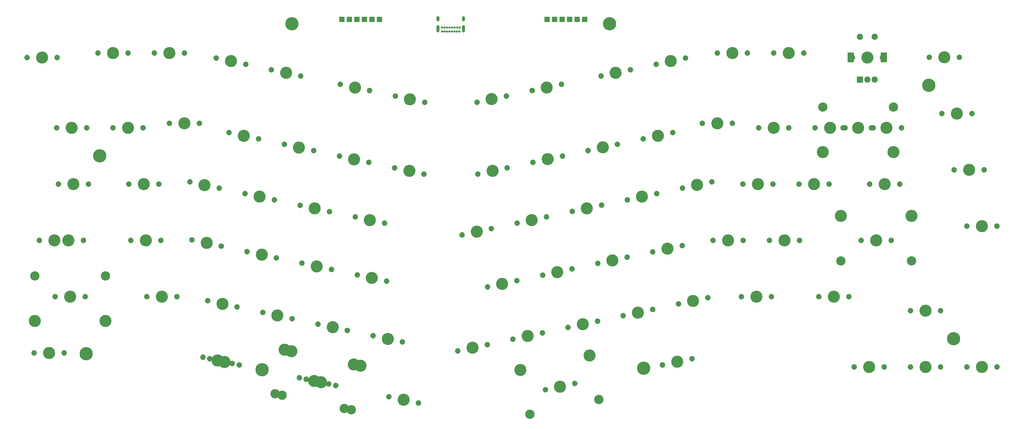
<source format=gts>
G04 #@! TF.GenerationSoftware,KiCad,Pcbnew,(5.1.9-0-10_14)*
G04 #@! TF.CreationDate,2021-10-05T14:43:53-07:00*
G04 #@! TF.ProjectId,adelheid,6164656c-6865-4696-942e-6b696361645f,2.0*
G04 #@! TF.SameCoordinates,Original*
G04 #@! TF.FileFunction,Soldermask,Top*
G04 #@! TF.FilePolarity,Negative*
%FSLAX46Y46*%
G04 Gerber Fmt 4.6, Leading zero omitted, Abs format (unit mm)*
G04 Created by KiCad (PCBNEW (5.1.9-0-10_14)) date 2021-10-05 14:43:53*
%MOMM*%
%LPD*%
G01*
G04 APERTURE LIST*
%ADD10C,4.089800*%
%ADD11C,3.150000*%
%ADD12C,1.852000*%
%ADD13C,2.102000*%
%ADD14C,0.752000*%
%ADD15O,1.002000X2.502000*%
%ADD16O,1.002000X1.802000*%
%ADD17C,4.502000*%
%ADD18C,0.100000*%
G04 APERTURE END LIST*
D10*
X145028937Y-143670541D03*
X121674685Y-138706442D03*
D11*
X141860363Y-158577511D03*
X118506111Y-153613411D03*
D12*
X136604490Y-150319291D03*
X126666510Y-148206909D03*
D10*
X131635500Y-149263100D03*
X142707377Y-143175241D03*
X119353125Y-138211142D03*
D11*
X139538803Y-158082211D03*
X116184551Y-153118111D03*
D12*
X134282930Y-149823991D03*
X124344950Y-147711609D03*
D10*
X129313940Y-148767800D03*
D12*
X101666790Y-142884711D03*
X91728810Y-140772329D03*
D10*
X96697800Y-141828520D03*
D13*
X318755400Y-32293800D03*
X313755400Y-32293800D03*
G36*
G01*
X322855400Y-40944800D02*
X320855400Y-40944800D01*
G75*
G02*
X320804400Y-40893800I0J51000D01*
G01*
X320804400Y-37693800D01*
G75*
G02*
X320855400Y-37642800I51000J0D01*
G01*
X322855400Y-37642800D01*
G75*
G02*
X322906400Y-37693800I0J-51000D01*
G01*
X322906400Y-40893800D01*
G75*
G02*
X322855400Y-40944800I-51000J0D01*
G01*
G37*
G36*
G01*
X311655400Y-40944800D02*
X309655400Y-40944800D01*
G75*
G02*
X309604400Y-40893800I0J51000D01*
G01*
X309604400Y-37693800D01*
G75*
G02*
X309655400Y-37642800I51000J0D01*
G01*
X311655400Y-37642800D01*
G75*
G02*
X311706400Y-37693800I0J-51000D01*
G01*
X311706400Y-40893800D01*
G75*
G02*
X311655400Y-40944800I-51000J0D01*
G01*
G37*
X318755400Y-46793800D03*
X316255400Y-46793800D03*
G36*
G01*
X314755400Y-47844800D02*
X312755400Y-47844800D01*
G75*
G02*
X312704400Y-47793800I0J51000D01*
G01*
X312704400Y-45793800D01*
G75*
G02*
X312755400Y-45742800I51000J0D01*
G01*
X314755400Y-45742800D01*
G75*
G02*
X314806400Y-45793800I0J-51000D01*
G01*
X314806400Y-47793800D01*
G75*
G02*
X314755400Y-47844800I-51000J0D01*
G01*
G37*
D14*
X174251700Y-30535000D03*
X172551700Y-30535000D03*
X173401700Y-30535000D03*
X175101700Y-30535000D03*
X175951700Y-30535000D03*
X176801700Y-30535000D03*
X177651700Y-30535000D03*
X178501700Y-30535000D03*
X172551700Y-29210000D03*
X173406700Y-29210000D03*
X174256700Y-29210000D03*
X175106700Y-29210000D03*
X175956700Y-29210000D03*
X176806700Y-29210000D03*
X177656700Y-29210000D03*
X178506700Y-29210000D03*
D15*
X171201700Y-29555000D03*
X179851700Y-29555000D03*
D16*
X171201700Y-26175000D03*
X179851700Y-26175000D03*
D12*
X187820220Y-136489258D03*
X177882240Y-138601640D03*
D10*
X182851230Y-137545449D03*
D12*
X303377600Y-82130900D03*
X293217600Y-82130900D03*
D10*
X298297600Y-82130900D03*
X313182000Y-63080900D03*
D12*
X308102000Y-63080900D03*
X318262000Y-63080900D03*
D11*
X301244000Y-56095900D03*
X325120000Y-56095900D03*
D10*
X301244000Y-71335900D03*
X325120000Y-71335900D03*
D12*
X194287890Y-52360009D03*
X184349910Y-54472391D03*
D10*
X189318900Y-53416200D03*
X331177900Y-92925900D03*
X307301900Y-92925900D03*
D11*
X331177900Y-108165900D03*
X307301900Y-108165900D03*
D12*
X324319900Y-101180900D03*
X314159900Y-101180900D03*
D10*
X319239900Y-101180900D03*
D12*
X46596300Y-101180900D03*
X36436300Y-101180900D03*
D10*
X41516300Y-101180900D03*
D12*
X53060600Y-82143600D03*
X42900600Y-82143600D03*
D10*
X47980600Y-82143600D03*
D12*
X257000490Y-141247309D03*
X247062510Y-143359691D03*
D10*
X252031500Y-142303500D03*
D12*
X44856400Y-139293600D03*
X34696400Y-139293600D03*
D10*
X39776400Y-139293600D03*
D12*
X360045000Y-144043400D03*
X349885000Y-144043400D03*
D10*
X354965000Y-144043400D03*
D12*
X360032300Y-96418400D03*
X349872300Y-96418400D03*
D10*
X354952300Y-96418400D03*
D12*
X355765100Y-77368400D03*
X345605100Y-77368400D03*
D10*
X350685100Y-77368400D03*
D12*
X351612200Y-58331100D03*
X341452200Y-58331100D03*
D10*
X346532200Y-58331100D03*
D12*
X327787000Y-63080900D03*
X317627000Y-63080900D03*
D10*
X322707000Y-63080900D03*
D12*
X347395800Y-39281100D03*
X337235800Y-39281100D03*
D10*
X342315800Y-39281100D03*
D12*
X340995000Y-144043400D03*
X330835000Y-144043400D03*
D10*
X335915000Y-144043400D03*
D12*
X340995000Y-124993400D03*
X330835000Y-124993400D03*
D10*
X335915000Y-124993400D03*
D12*
X327190100Y-82143600D03*
X317030100Y-82143600D03*
D10*
X322110100Y-82143600D03*
D12*
X308749700Y-63093600D03*
X298589700Y-63093600D03*
D10*
X303669700Y-63093600D03*
D12*
X321335400Y-39293800D03*
X311175400Y-39293800D03*
D10*
X316255400Y-39293800D03*
D12*
X321932300Y-144043400D03*
X311772300Y-144043400D03*
D10*
X316852300Y-144043400D03*
D12*
X289687000Y-63093600D03*
X279527000Y-63093600D03*
D10*
X284607000Y-63093600D03*
D12*
X294767000Y-37795200D03*
X284607000Y-37795200D03*
D10*
X289687000Y-37795200D03*
D12*
X310057800Y-120243600D03*
X299897800Y-120243600D03*
D10*
X304977800Y-120243600D03*
D12*
X293370000Y-101206300D03*
X283210000Y-101206300D03*
D10*
X288290000Y-101206300D03*
D12*
X284340300Y-82130900D03*
X274180300Y-82130900D03*
D10*
X279260300Y-82130900D03*
D12*
X270649700Y-61595000D03*
X260489700Y-61595000D03*
D10*
X265569700Y-61595000D03*
D12*
X275704300Y-37795200D03*
X265544300Y-37795200D03*
D10*
X270624300Y-37795200D03*
D12*
X283845000Y-120230900D03*
X273685000Y-120230900D03*
D10*
X278765000Y-120230900D03*
D12*
X274320000Y-101206300D03*
X264160000Y-101206300D03*
D10*
X269240000Y-101206300D03*
D12*
X263731490Y-81404909D03*
X253793510Y-83517291D03*
D10*
X258762500Y-82461100D03*
D12*
X250485390Y-64767909D03*
X240547410Y-66880291D03*
D10*
X245516400Y-65824100D03*
D12*
X254828790Y-39482209D03*
X244890810Y-41594591D03*
D10*
X249859800Y-40538400D03*
D12*
X262359890Y-120635209D03*
X252421910Y-122747591D03*
D10*
X257390900Y-121691400D03*
D12*
X253711190Y-102994909D03*
X243773210Y-105107291D03*
D10*
X248742200Y-104051100D03*
D12*
X245100590Y-85354609D03*
X235162610Y-87466991D03*
D10*
X240131600Y-86410800D03*
D12*
X231829090Y-68704909D03*
X221891110Y-70817291D03*
D10*
X226860100Y-69761100D03*
D12*
X236197890Y-43444609D03*
X226259910Y-45556991D03*
D10*
X231228900Y-44500800D03*
D12*
X243716290Y-124597609D03*
X233778310Y-126709991D03*
D10*
X238747300Y-125653800D03*
D12*
X235105690Y-106931909D03*
X225167710Y-109044291D03*
D10*
X230136700Y-107988100D03*
D12*
X226469690Y-89317009D03*
X216531710Y-91429391D03*
D10*
X221500700Y-90373200D03*
D12*
X213223590Y-72680009D03*
X203285610Y-74792391D03*
D10*
X208254600Y-73736200D03*
D12*
X212918790Y-48397609D03*
X202980810Y-50509991D03*
D10*
X207949800Y-49453800D03*
X222406415Y-140154242D03*
X199052163Y-145118341D03*
D11*
X225574989Y-155061211D03*
X202220737Y-160025311D03*
D12*
X217414590Y-149654709D03*
X207476610Y-151767091D03*
D10*
X212445600Y-150710900D03*
D12*
X225098090Y-128560009D03*
X215160110Y-130672391D03*
D10*
X220129100Y-129616200D03*
D12*
X216474790Y-110907009D03*
X206536810Y-113019391D03*
D10*
X211505800Y-111963200D03*
D12*
X207851490Y-93266709D03*
X197913510Y-95379091D03*
D10*
X202882500Y-94322900D03*
D12*
X194579990Y-76629709D03*
X184642010Y-78742091D03*
D10*
X189611000Y-77685900D03*
D12*
X206454490Y-132535109D03*
X196516510Y-134647491D03*
D10*
X201485500Y-133591300D03*
D12*
X197843890Y-114882109D03*
X187905910Y-116994491D03*
D10*
X192874900Y-115938300D03*
D12*
X189233290Y-97241809D03*
X179295310Y-99354191D03*
D10*
X184264300Y-98298000D03*
D12*
X166462190Y-78742091D03*
X156524210Y-76629709D03*
D10*
X161493200Y-77685900D03*
D12*
X166703490Y-54485091D03*
X156765510Y-52372709D03*
D10*
X161734500Y-53428900D03*
D12*
X164557190Y-156250191D03*
X154619210Y-154137809D03*
D10*
X159588200Y-155194000D03*
D12*
X159185090Y-135625391D03*
X149247110Y-133513009D03*
D10*
X154216100Y-134569200D03*
D12*
X153825690Y-115013291D03*
X143887710Y-112900909D03*
D10*
X148856700Y-113957100D03*
D12*
X153152590Y-95379091D03*
X143214610Y-93266709D03*
D10*
X148183600Y-94322900D03*
D12*
X147818590Y-74805091D03*
X137880610Y-72692709D03*
D10*
X142849600Y-73748900D03*
D12*
X148085290Y-50522691D03*
X138147310Y-48410309D03*
D10*
X143116300Y-49466500D03*
D12*
X140554190Y-131675691D03*
X130616210Y-129563309D03*
D10*
X135585200Y-130619500D03*
D12*
X135182090Y-111050891D03*
X125244110Y-108938509D03*
D10*
X130213100Y-109994700D03*
D12*
X134508990Y-91467491D03*
X124571010Y-89355109D03*
D10*
X129540000Y-90411300D03*
D12*
X129174990Y-70842691D03*
X119237010Y-68730309D03*
D10*
X124206000Y-69786500D03*
D12*
X124818890Y-45556991D03*
X114880910Y-43444609D03*
D10*
X119849900Y-44500800D03*
D12*
X121910590Y-127713291D03*
X111972610Y-125600909D03*
D10*
X116941600Y-126657100D03*
D12*
X116589290Y-107126591D03*
X106651310Y-105014209D03*
D10*
X111620300Y-106070400D03*
D12*
X115890790Y-87492391D03*
X105952810Y-85380009D03*
D10*
X110921800Y-86436200D03*
D12*
X110544090Y-66867591D03*
X100606110Y-64755209D03*
D10*
X105575100Y-65811400D03*
D12*
X106200690Y-41607291D03*
X96262710Y-39494909D03*
D10*
X101231700Y-40551100D03*
D12*
X104003590Y-143385091D03*
X94065610Y-141272709D03*
D10*
X99034600Y-142328900D03*
D12*
X103292390Y-123763591D03*
X93354410Y-121651209D03*
D10*
X98323400Y-122707400D03*
D12*
X97958390Y-103164191D03*
X88020410Y-101051809D03*
D10*
X92989400Y-102108000D03*
D12*
X97259890Y-83529991D03*
X87321910Y-81417609D03*
D10*
X92290900Y-82473800D03*
D12*
X90563700Y-61607700D03*
X80403700Y-61607700D03*
D10*
X85483700Y-61607700D03*
D12*
X85509100Y-37769800D03*
X75349100Y-37769800D03*
D10*
X80429100Y-37769800D03*
D12*
X82918300Y-120230900D03*
X72758300Y-120230900D03*
D10*
X77838300Y-120230900D03*
D12*
X77546200Y-101193600D03*
X67386200Y-101193600D03*
D10*
X72466200Y-101193600D03*
X71793100Y-82143600D03*
D12*
X66713100Y-82143600D03*
X76873100Y-82143600D03*
X71518368Y-63093600D03*
X61358368Y-63093600D03*
D10*
X66438368Y-63093600D03*
D12*
X66446400Y-37782500D03*
X56286400Y-37782500D03*
D10*
X61366400Y-37782500D03*
X58851800Y-128498600D03*
X34975800Y-128498600D03*
D11*
X58851800Y-113258600D03*
X34975800Y-113258600D03*
D12*
X51993800Y-120243600D03*
X41833800Y-120243600D03*
D10*
X46913800Y-120243600D03*
D12*
X51358800Y-101180900D03*
X41198800Y-101180900D03*
D10*
X46278800Y-101180900D03*
D12*
X52463700Y-63093600D03*
X42303700Y-63093600D03*
D10*
X47383700Y-63093600D03*
D12*
X42506900Y-39293800D03*
X32346900Y-39293800D03*
D10*
X37426900Y-39293800D03*
D17*
X56896000Y-72644000D03*
X345440000Y-134493000D03*
X240665000Y-144526000D03*
X337058000Y-48768000D03*
X52324000Y-139573000D03*
X111760000Y-145034000D03*
G36*
G01*
X219825000Y-27266000D02*
X219825000Y-25566000D01*
G75*
G02*
X219876000Y-25515000I51000J0D01*
G01*
X221576000Y-25515000D01*
G75*
G02*
X221627000Y-25566000I0J-51000D01*
G01*
X221627000Y-27266000D01*
G75*
G02*
X221576000Y-27317000I-51000J0D01*
G01*
X219876000Y-27317000D01*
G75*
G02*
X219825000Y-27266000I0J51000D01*
G01*
G37*
G36*
G01*
X217285000Y-27266000D02*
X217285000Y-25566000D01*
G75*
G02*
X217336000Y-25515000I51000J0D01*
G01*
X219036000Y-25515000D01*
G75*
G02*
X219087000Y-25566000I0J-51000D01*
G01*
X219087000Y-27266000D01*
G75*
G02*
X219036000Y-27317000I-51000J0D01*
G01*
X217336000Y-27317000D01*
G75*
G02*
X217285000Y-27266000I0J51000D01*
G01*
G37*
G36*
G01*
X214745000Y-27266000D02*
X214745000Y-25566000D01*
G75*
G02*
X214796000Y-25515000I51000J0D01*
G01*
X216496000Y-25515000D01*
G75*
G02*
X216547000Y-25566000I0J-51000D01*
G01*
X216547000Y-27266000D01*
G75*
G02*
X216496000Y-27317000I-51000J0D01*
G01*
X214796000Y-27317000D01*
G75*
G02*
X214745000Y-27266000I0J51000D01*
G01*
G37*
G36*
G01*
X212205000Y-27266000D02*
X212205000Y-25566000D01*
G75*
G02*
X212256000Y-25515000I51000J0D01*
G01*
X213956000Y-25515000D01*
G75*
G02*
X214007000Y-25566000I0J-51000D01*
G01*
X214007000Y-27266000D01*
G75*
G02*
X213956000Y-27317000I-51000J0D01*
G01*
X212256000Y-27317000D01*
G75*
G02*
X212205000Y-27266000I0J51000D01*
G01*
G37*
G36*
G01*
X209665000Y-27266000D02*
X209665000Y-25566000D01*
G75*
G02*
X209716000Y-25515000I51000J0D01*
G01*
X211416000Y-25515000D01*
G75*
G02*
X211467000Y-25566000I0J-51000D01*
G01*
X211467000Y-27266000D01*
G75*
G02*
X211416000Y-27317000I-51000J0D01*
G01*
X209716000Y-27317000D01*
G75*
G02*
X209665000Y-27266000I0J51000D01*
G01*
G37*
G36*
G01*
X207125000Y-27266000D02*
X207125000Y-25566000D01*
G75*
G02*
X207176000Y-25515000I51000J0D01*
G01*
X208876000Y-25515000D01*
G75*
G02*
X208927000Y-25566000I0J-51000D01*
G01*
X208927000Y-27266000D01*
G75*
G02*
X208876000Y-27317000I-51000J0D01*
G01*
X207176000Y-27317000D01*
G75*
G02*
X207125000Y-27266000I0J51000D01*
G01*
G37*
G36*
G01*
X140323000Y-27266000D02*
X140323000Y-25566000D01*
G75*
G02*
X140374000Y-25515000I51000J0D01*
G01*
X142074000Y-25515000D01*
G75*
G02*
X142125000Y-25566000I0J-51000D01*
G01*
X142125000Y-27266000D01*
G75*
G02*
X142074000Y-27317000I-51000J0D01*
G01*
X140374000Y-27317000D01*
G75*
G02*
X140323000Y-27266000I0J51000D01*
G01*
G37*
G36*
G01*
X137783000Y-27266000D02*
X137783000Y-25566000D01*
G75*
G02*
X137834000Y-25515000I51000J0D01*
G01*
X139534000Y-25515000D01*
G75*
G02*
X139585000Y-25566000I0J-51000D01*
G01*
X139585000Y-27266000D01*
G75*
G02*
X139534000Y-27317000I-51000J0D01*
G01*
X137834000Y-27317000D01*
G75*
G02*
X137783000Y-27266000I0J51000D01*
G01*
G37*
G36*
G01*
X150483000Y-27266000D02*
X150483000Y-25566000D01*
G75*
G02*
X150534000Y-25515000I51000J0D01*
G01*
X152234000Y-25515000D01*
G75*
G02*
X152285000Y-25566000I0J-51000D01*
G01*
X152285000Y-27266000D01*
G75*
G02*
X152234000Y-27317000I-51000J0D01*
G01*
X150534000Y-27317000D01*
G75*
G02*
X150483000Y-27266000I0J51000D01*
G01*
G37*
G36*
G01*
X145403000Y-27266000D02*
X145403000Y-25566000D01*
G75*
G02*
X145454000Y-25515000I51000J0D01*
G01*
X147154000Y-25515000D01*
G75*
G02*
X147205000Y-25566000I0J-51000D01*
G01*
X147205000Y-27266000D01*
G75*
G02*
X147154000Y-27317000I-51000J0D01*
G01*
X145454000Y-27317000D01*
G75*
G02*
X145403000Y-27266000I0J51000D01*
G01*
G37*
G36*
G01*
X147943000Y-27266000D02*
X147943000Y-25566000D01*
G75*
G02*
X147994000Y-25515000I51000J0D01*
G01*
X149694000Y-25515000D01*
G75*
G02*
X149745000Y-25566000I0J-51000D01*
G01*
X149745000Y-27266000D01*
G75*
G02*
X149694000Y-27317000I-51000J0D01*
G01*
X147994000Y-27317000D01*
G75*
G02*
X147943000Y-27266000I0J51000D01*
G01*
G37*
G36*
G01*
X142863000Y-27266000D02*
X142863000Y-25566000D01*
G75*
G02*
X142914000Y-25515000I51000J0D01*
G01*
X144614000Y-25515000D01*
G75*
G02*
X144665000Y-25566000I0J-51000D01*
G01*
X144665000Y-27266000D01*
G75*
G02*
X144614000Y-27317000I-51000J0D01*
G01*
X142914000Y-27317000D01*
G75*
G02*
X142863000Y-27266000I0J51000D01*
G01*
G37*
X121827220Y-27932509D03*
X229192785Y-27932509D03*
D18*
G36*
X175428210Y-30346551D02*
G01*
X175439734Y-30360593D01*
X175458371Y-30375888D01*
X175479634Y-30387253D01*
X175502709Y-30394253D01*
X175526700Y-30396616D01*
X175550692Y-30394253D01*
X175573766Y-30387253D01*
X175595030Y-30375888D01*
X175613667Y-30360592D01*
X175625190Y-30346551D01*
X175627062Y-30345847D01*
X175628608Y-30347116D01*
X175628399Y-30348931D01*
X175621871Y-30358702D01*
X175593814Y-30426435D01*
X175579511Y-30498345D01*
X175579511Y-30571655D01*
X175593814Y-30643565D01*
X175621871Y-30711298D01*
X175628399Y-30721069D01*
X175628530Y-30723065D01*
X175626867Y-30724176D01*
X175625190Y-30723449D01*
X175613666Y-30709407D01*
X175595029Y-30694112D01*
X175573766Y-30682747D01*
X175550691Y-30675747D01*
X175526700Y-30673384D01*
X175502708Y-30675747D01*
X175479634Y-30682747D01*
X175458370Y-30694112D01*
X175439733Y-30709408D01*
X175428210Y-30723449D01*
X175426338Y-30724153D01*
X175424792Y-30722884D01*
X175425001Y-30721069D01*
X175431529Y-30711298D01*
X175459586Y-30643565D01*
X175473889Y-30571655D01*
X175473889Y-30498345D01*
X175459586Y-30426435D01*
X175431529Y-30358702D01*
X175425001Y-30348931D01*
X175424870Y-30346935D01*
X175426533Y-30345824D01*
X175428210Y-30346551D01*
G37*
G36*
X174578210Y-30346551D02*
G01*
X174589734Y-30360593D01*
X174608371Y-30375888D01*
X174629634Y-30387253D01*
X174652709Y-30394253D01*
X174676700Y-30396616D01*
X174700692Y-30394253D01*
X174723766Y-30387253D01*
X174745030Y-30375888D01*
X174763667Y-30360592D01*
X174775190Y-30346551D01*
X174777062Y-30345847D01*
X174778608Y-30347116D01*
X174778399Y-30348931D01*
X174771871Y-30358702D01*
X174743814Y-30426435D01*
X174729511Y-30498345D01*
X174729511Y-30571655D01*
X174743814Y-30643565D01*
X174771871Y-30711298D01*
X174778399Y-30721069D01*
X174778530Y-30723065D01*
X174776867Y-30724176D01*
X174775190Y-30723449D01*
X174763666Y-30709407D01*
X174745029Y-30694112D01*
X174723766Y-30682747D01*
X174700691Y-30675747D01*
X174676700Y-30673384D01*
X174652708Y-30675747D01*
X174629634Y-30682747D01*
X174608370Y-30694112D01*
X174589733Y-30709408D01*
X174578210Y-30723449D01*
X174576338Y-30724153D01*
X174574792Y-30722884D01*
X174575001Y-30721069D01*
X174581529Y-30711298D01*
X174609586Y-30643565D01*
X174623889Y-30571655D01*
X174623889Y-30498345D01*
X174609586Y-30426435D01*
X174581529Y-30358702D01*
X174575001Y-30348931D01*
X174574870Y-30346935D01*
X174576533Y-30345824D01*
X174578210Y-30346551D01*
G37*
G36*
X176278210Y-30346551D02*
G01*
X176289734Y-30360593D01*
X176308371Y-30375888D01*
X176329634Y-30387253D01*
X176352709Y-30394253D01*
X176376700Y-30396616D01*
X176400692Y-30394253D01*
X176423766Y-30387253D01*
X176445030Y-30375888D01*
X176463667Y-30360592D01*
X176475190Y-30346551D01*
X176477062Y-30345847D01*
X176478608Y-30347116D01*
X176478399Y-30348931D01*
X176471871Y-30358702D01*
X176443814Y-30426435D01*
X176429511Y-30498345D01*
X176429511Y-30571655D01*
X176443814Y-30643565D01*
X176471871Y-30711298D01*
X176478399Y-30721069D01*
X176478530Y-30723065D01*
X176476867Y-30724176D01*
X176475190Y-30723449D01*
X176463666Y-30709407D01*
X176445029Y-30694112D01*
X176423766Y-30682747D01*
X176400691Y-30675747D01*
X176376700Y-30673384D01*
X176352708Y-30675747D01*
X176329634Y-30682747D01*
X176308370Y-30694112D01*
X176289733Y-30709408D01*
X176278210Y-30723449D01*
X176276338Y-30724153D01*
X176274792Y-30722884D01*
X176275001Y-30721069D01*
X176281529Y-30711298D01*
X176309586Y-30643565D01*
X176323889Y-30571655D01*
X176323889Y-30498345D01*
X176309586Y-30426435D01*
X176281529Y-30358702D01*
X176275001Y-30348931D01*
X176274870Y-30346935D01*
X176276533Y-30345824D01*
X176278210Y-30346551D01*
G37*
G36*
X172878210Y-30346551D02*
G01*
X172889734Y-30360593D01*
X172908371Y-30375888D01*
X172929634Y-30387253D01*
X172952709Y-30394253D01*
X172976700Y-30396616D01*
X173000692Y-30394253D01*
X173023766Y-30387253D01*
X173045030Y-30375888D01*
X173063667Y-30360592D01*
X173075190Y-30346551D01*
X173077062Y-30345847D01*
X173078608Y-30347116D01*
X173078399Y-30348931D01*
X173071871Y-30358702D01*
X173043814Y-30426435D01*
X173029511Y-30498345D01*
X173029511Y-30571655D01*
X173043814Y-30643565D01*
X173071871Y-30711298D01*
X173078399Y-30721069D01*
X173078530Y-30723065D01*
X173076867Y-30724176D01*
X173075190Y-30723449D01*
X173063666Y-30709407D01*
X173045029Y-30694112D01*
X173023766Y-30682747D01*
X173000691Y-30675747D01*
X172976700Y-30673384D01*
X172952708Y-30675747D01*
X172929634Y-30682747D01*
X172908370Y-30694112D01*
X172889733Y-30709408D01*
X172878210Y-30723449D01*
X172876338Y-30724153D01*
X172874792Y-30722884D01*
X172875001Y-30721069D01*
X172881529Y-30711298D01*
X172909586Y-30643565D01*
X172923889Y-30571655D01*
X172923889Y-30498345D01*
X172909586Y-30426435D01*
X172881529Y-30358702D01*
X172875001Y-30348931D01*
X172874870Y-30346935D01*
X172876533Y-30345824D01*
X172878210Y-30346551D01*
G37*
G36*
X173728210Y-30346551D02*
G01*
X173739734Y-30360593D01*
X173758371Y-30375888D01*
X173779634Y-30387253D01*
X173802709Y-30394253D01*
X173826700Y-30396616D01*
X173850692Y-30394253D01*
X173873766Y-30387253D01*
X173895030Y-30375888D01*
X173913667Y-30360592D01*
X173925190Y-30346551D01*
X173927062Y-30345847D01*
X173928608Y-30347116D01*
X173928399Y-30348931D01*
X173921871Y-30358702D01*
X173893814Y-30426435D01*
X173879511Y-30498345D01*
X173879511Y-30571655D01*
X173893814Y-30643565D01*
X173921871Y-30711298D01*
X173928399Y-30721069D01*
X173928530Y-30723065D01*
X173926867Y-30724176D01*
X173925190Y-30723449D01*
X173913666Y-30709407D01*
X173895029Y-30694112D01*
X173873766Y-30682747D01*
X173850691Y-30675747D01*
X173826700Y-30673384D01*
X173802708Y-30675747D01*
X173779634Y-30682747D01*
X173758370Y-30694112D01*
X173739733Y-30709408D01*
X173728210Y-30723449D01*
X173726338Y-30724153D01*
X173724792Y-30722884D01*
X173725001Y-30721069D01*
X173731529Y-30711298D01*
X173759586Y-30643565D01*
X173773889Y-30571655D01*
X173773889Y-30498345D01*
X173759586Y-30426435D01*
X173731529Y-30358702D01*
X173725001Y-30348931D01*
X173724870Y-30346935D01*
X173726533Y-30345824D01*
X173728210Y-30346551D01*
G37*
G36*
X177978210Y-30346551D02*
G01*
X177989734Y-30360593D01*
X178008371Y-30375888D01*
X178029634Y-30387253D01*
X178052709Y-30394253D01*
X178076700Y-30396616D01*
X178100692Y-30394253D01*
X178123766Y-30387253D01*
X178145030Y-30375888D01*
X178163667Y-30360592D01*
X178175190Y-30346551D01*
X178177062Y-30345847D01*
X178178608Y-30347116D01*
X178178399Y-30348931D01*
X178171871Y-30358702D01*
X178143814Y-30426435D01*
X178129511Y-30498345D01*
X178129511Y-30571655D01*
X178143814Y-30643565D01*
X178171871Y-30711298D01*
X178178399Y-30721069D01*
X178178530Y-30723065D01*
X178176867Y-30724176D01*
X178175190Y-30723449D01*
X178163666Y-30709407D01*
X178145029Y-30694112D01*
X178123766Y-30682747D01*
X178100691Y-30675747D01*
X178076700Y-30673384D01*
X178052708Y-30675747D01*
X178029634Y-30682747D01*
X178008370Y-30694112D01*
X177989733Y-30709408D01*
X177978210Y-30723449D01*
X177976338Y-30724153D01*
X177974792Y-30722884D01*
X177975001Y-30721069D01*
X177981529Y-30711298D01*
X178009586Y-30643565D01*
X178023889Y-30571655D01*
X178023889Y-30498345D01*
X178009586Y-30426435D01*
X177981529Y-30358702D01*
X177975001Y-30348931D01*
X177974870Y-30346935D01*
X177976533Y-30345824D01*
X177978210Y-30346551D01*
G37*
G36*
X177128210Y-30346551D02*
G01*
X177139734Y-30360593D01*
X177158371Y-30375888D01*
X177179634Y-30387253D01*
X177202709Y-30394253D01*
X177226700Y-30396616D01*
X177250692Y-30394253D01*
X177273766Y-30387253D01*
X177295030Y-30375888D01*
X177313667Y-30360592D01*
X177325190Y-30346551D01*
X177327062Y-30345847D01*
X177328608Y-30347116D01*
X177328399Y-30348931D01*
X177321871Y-30358702D01*
X177293814Y-30426435D01*
X177279511Y-30498345D01*
X177279511Y-30571655D01*
X177293814Y-30643565D01*
X177321871Y-30711298D01*
X177328399Y-30721069D01*
X177328530Y-30723065D01*
X177326867Y-30724176D01*
X177325190Y-30723449D01*
X177313666Y-30709407D01*
X177295029Y-30694112D01*
X177273766Y-30682747D01*
X177250691Y-30675747D01*
X177226700Y-30673384D01*
X177202708Y-30675747D01*
X177179634Y-30682747D01*
X177158370Y-30694112D01*
X177139733Y-30709408D01*
X177128210Y-30723449D01*
X177126338Y-30724153D01*
X177124792Y-30722884D01*
X177125001Y-30721069D01*
X177131529Y-30711298D01*
X177159586Y-30643565D01*
X177173889Y-30571655D01*
X177173889Y-30498345D01*
X177159586Y-30426435D01*
X177131529Y-30358702D01*
X177125001Y-30348931D01*
X177124870Y-30346935D01*
X177126533Y-30345824D01*
X177128210Y-30346551D01*
G37*
G36*
X174583210Y-29021551D02*
G01*
X174594734Y-29035593D01*
X174613371Y-29050888D01*
X174634634Y-29062253D01*
X174657709Y-29069253D01*
X174681700Y-29071616D01*
X174705692Y-29069253D01*
X174728766Y-29062253D01*
X174750030Y-29050888D01*
X174768667Y-29035592D01*
X174780190Y-29021551D01*
X174782062Y-29020847D01*
X174783608Y-29022116D01*
X174783399Y-29023931D01*
X174776871Y-29033702D01*
X174748814Y-29101435D01*
X174734511Y-29173345D01*
X174734511Y-29246655D01*
X174748814Y-29318565D01*
X174776871Y-29386298D01*
X174783399Y-29396069D01*
X174783530Y-29398065D01*
X174781867Y-29399176D01*
X174780190Y-29398449D01*
X174768666Y-29384407D01*
X174750029Y-29369112D01*
X174728766Y-29357747D01*
X174705691Y-29350747D01*
X174681700Y-29348384D01*
X174657708Y-29350747D01*
X174634634Y-29357747D01*
X174613370Y-29369112D01*
X174594733Y-29384408D01*
X174583210Y-29398449D01*
X174581338Y-29399153D01*
X174579792Y-29397884D01*
X174580001Y-29396069D01*
X174586529Y-29386298D01*
X174614586Y-29318565D01*
X174628889Y-29246655D01*
X174628889Y-29173345D01*
X174614586Y-29101435D01*
X174586529Y-29033702D01*
X174580001Y-29023931D01*
X174579870Y-29021935D01*
X174581533Y-29020824D01*
X174583210Y-29021551D01*
G37*
G36*
X173733210Y-29021551D02*
G01*
X173744734Y-29035593D01*
X173763371Y-29050888D01*
X173784634Y-29062253D01*
X173807709Y-29069253D01*
X173831700Y-29071616D01*
X173855692Y-29069253D01*
X173878766Y-29062253D01*
X173900030Y-29050888D01*
X173918667Y-29035592D01*
X173930190Y-29021551D01*
X173932062Y-29020847D01*
X173933608Y-29022116D01*
X173933399Y-29023931D01*
X173926871Y-29033702D01*
X173898814Y-29101435D01*
X173884511Y-29173345D01*
X173884511Y-29246655D01*
X173898814Y-29318565D01*
X173926871Y-29386298D01*
X173933399Y-29396069D01*
X173933530Y-29398065D01*
X173931867Y-29399176D01*
X173930190Y-29398449D01*
X173918666Y-29384407D01*
X173900029Y-29369112D01*
X173878766Y-29357747D01*
X173855691Y-29350747D01*
X173831700Y-29348384D01*
X173807708Y-29350747D01*
X173784634Y-29357747D01*
X173763370Y-29369112D01*
X173744733Y-29384408D01*
X173733210Y-29398449D01*
X173731338Y-29399153D01*
X173729792Y-29397884D01*
X173730001Y-29396069D01*
X173736529Y-29386298D01*
X173764586Y-29318565D01*
X173778889Y-29246655D01*
X173778889Y-29173345D01*
X173764586Y-29101435D01*
X173736529Y-29033702D01*
X173730001Y-29023931D01*
X173729870Y-29021935D01*
X173731533Y-29020824D01*
X173733210Y-29021551D01*
G37*
G36*
X175433210Y-29021551D02*
G01*
X175444734Y-29035593D01*
X175463371Y-29050888D01*
X175484634Y-29062253D01*
X175507709Y-29069253D01*
X175531700Y-29071616D01*
X175555692Y-29069253D01*
X175578766Y-29062253D01*
X175600030Y-29050888D01*
X175618667Y-29035592D01*
X175630190Y-29021551D01*
X175632062Y-29020847D01*
X175633608Y-29022116D01*
X175633399Y-29023931D01*
X175626871Y-29033702D01*
X175598814Y-29101435D01*
X175584511Y-29173345D01*
X175584511Y-29246655D01*
X175598814Y-29318565D01*
X175626871Y-29386298D01*
X175633399Y-29396069D01*
X175633530Y-29398065D01*
X175631867Y-29399176D01*
X175630190Y-29398449D01*
X175618666Y-29384407D01*
X175600029Y-29369112D01*
X175578766Y-29357747D01*
X175555691Y-29350747D01*
X175531700Y-29348384D01*
X175507708Y-29350747D01*
X175484634Y-29357747D01*
X175463370Y-29369112D01*
X175444733Y-29384408D01*
X175433210Y-29398449D01*
X175431338Y-29399153D01*
X175429792Y-29397884D01*
X175430001Y-29396069D01*
X175436529Y-29386298D01*
X175464586Y-29318565D01*
X175478889Y-29246655D01*
X175478889Y-29173345D01*
X175464586Y-29101435D01*
X175436529Y-29033702D01*
X175430001Y-29023931D01*
X175429870Y-29021935D01*
X175431533Y-29020824D01*
X175433210Y-29021551D01*
G37*
G36*
X176283210Y-29021551D02*
G01*
X176294734Y-29035593D01*
X176313371Y-29050888D01*
X176334634Y-29062253D01*
X176357709Y-29069253D01*
X176381700Y-29071616D01*
X176405692Y-29069253D01*
X176428766Y-29062253D01*
X176450030Y-29050888D01*
X176468667Y-29035592D01*
X176480190Y-29021551D01*
X176482062Y-29020847D01*
X176483608Y-29022116D01*
X176483399Y-29023931D01*
X176476871Y-29033702D01*
X176448814Y-29101435D01*
X176434511Y-29173345D01*
X176434511Y-29246655D01*
X176448814Y-29318565D01*
X176476871Y-29386298D01*
X176483399Y-29396069D01*
X176483530Y-29398065D01*
X176481867Y-29399176D01*
X176480190Y-29398449D01*
X176468666Y-29384407D01*
X176450029Y-29369112D01*
X176428766Y-29357747D01*
X176405691Y-29350747D01*
X176381700Y-29348384D01*
X176357708Y-29350747D01*
X176334634Y-29357747D01*
X176313370Y-29369112D01*
X176294733Y-29384408D01*
X176283210Y-29398449D01*
X176281338Y-29399153D01*
X176279792Y-29397884D01*
X176280001Y-29396069D01*
X176286529Y-29386298D01*
X176314586Y-29318565D01*
X176328889Y-29246655D01*
X176328889Y-29173345D01*
X176314586Y-29101435D01*
X176286529Y-29033702D01*
X176280001Y-29023931D01*
X176279870Y-29021935D01*
X176281533Y-29020824D01*
X176283210Y-29021551D01*
G37*
G36*
X177983210Y-29021551D02*
G01*
X177994734Y-29035593D01*
X178013371Y-29050888D01*
X178034634Y-29062253D01*
X178057709Y-29069253D01*
X178081700Y-29071616D01*
X178105692Y-29069253D01*
X178128766Y-29062253D01*
X178150030Y-29050888D01*
X178168667Y-29035592D01*
X178180190Y-29021551D01*
X178182062Y-29020847D01*
X178183608Y-29022116D01*
X178183399Y-29023931D01*
X178176871Y-29033702D01*
X178148814Y-29101435D01*
X178134511Y-29173345D01*
X178134511Y-29246655D01*
X178148814Y-29318565D01*
X178176871Y-29386298D01*
X178183399Y-29396069D01*
X178183530Y-29398065D01*
X178181867Y-29399176D01*
X178180190Y-29398449D01*
X178168666Y-29384407D01*
X178150029Y-29369112D01*
X178128766Y-29357747D01*
X178105691Y-29350747D01*
X178081700Y-29348384D01*
X178057708Y-29350747D01*
X178034634Y-29357747D01*
X178013370Y-29369112D01*
X177994733Y-29384408D01*
X177983210Y-29398449D01*
X177981338Y-29399153D01*
X177979792Y-29397884D01*
X177980001Y-29396069D01*
X177986529Y-29386298D01*
X178014586Y-29318565D01*
X178028889Y-29246655D01*
X178028889Y-29173345D01*
X178014586Y-29101435D01*
X177986529Y-29033702D01*
X177980001Y-29023931D01*
X177979870Y-29021935D01*
X177981533Y-29020824D01*
X177983210Y-29021551D01*
G37*
G36*
X177133210Y-29021551D02*
G01*
X177144734Y-29035593D01*
X177163371Y-29050888D01*
X177184634Y-29062253D01*
X177207709Y-29069253D01*
X177231700Y-29071616D01*
X177255692Y-29069253D01*
X177278766Y-29062253D01*
X177300030Y-29050888D01*
X177318667Y-29035592D01*
X177330190Y-29021551D01*
X177332062Y-29020847D01*
X177333608Y-29022116D01*
X177333399Y-29023931D01*
X177326871Y-29033702D01*
X177298814Y-29101435D01*
X177284511Y-29173345D01*
X177284511Y-29246655D01*
X177298814Y-29318565D01*
X177326871Y-29386298D01*
X177333399Y-29396069D01*
X177333530Y-29398065D01*
X177331867Y-29399176D01*
X177330190Y-29398449D01*
X177318666Y-29384407D01*
X177300029Y-29369112D01*
X177278766Y-29357747D01*
X177255691Y-29350747D01*
X177231700Y-29348384D01*
X177207708Y-29350747D01*
X177184634Y-29357747D01*
X177163370Y-29369112D01*
X177144733Y-29384408D01*
X177133210Y-29398449D01*
X177131338Y-29399153D01*
X177129792Y-29397884D01*
X177130001Y-29396069D01*
X177136529Y-29386298D01*
X177164586Y-29318565D01*
X177178889Y-29246655D01*
X177178889Y-29173345D01*
X177164586Y-29101435D01*
X177136529Y-29033702D01*
X177130001Y-29023931D01*
X177129870Y-29021935D01*
X177131533Y-29020824D01*
X177133210Y-29021551D01*
G37*
G36*
X172880707Y-29025289D02*
G01*
X172892234Y-29039334D01*
X172910871Y-29054629D01*
X172932135Y-29065994D01*
X172955210Y-29072994D01*
X172979201Y-29075357D01*
X173003192Y-29072994D01*
X173026267Y-29065994D01*
X173047531Y-29054628D01*
X173066167Y-29039333D01*
X173077693Y-29025289D01*
X173079565Y-29024585D01*
X173081111Y-29025854D01*
X173080902Y-29027669D01*
X173076871Y-29033702D01*
X173048814Y-29101435D01*
X173034511Y-29173345D01*
X173034511Y-29246655D01*
X173048814Y-29318565D01*
X173076871Y-29386298D01*
X173080902Y-29392331D01*
X173081033Y-29394327D01*
X173079370Y-29395438D01*
X173077693Y-29394711D01*
X173066166Y-29380666D01*
X173047529Y-29365371D01*
X173026265Y-29354006D01*
X173003190Y-29347006D01*
X172979199Y-29344643D01*
X172955208Y-29347006D01*
X172932133Y-29354006D01*
X172910869Y-29365372D01*
X172892233Y-29380667D01*
X172880707Y-29394711D01*
X172878835Y-29395415D01*
X172877289Y-29394146D01*
X172877498Y-29392331D01*
X172881529Y-29386298D01*
X172909586Y-29318565D01*
X172923889Y-29246655D01*
X172923889Y-29173345D01*
X172909586Y-29101435D01*
X172881529Y-29033702D01*
X172877498Y-29027669D01*
X172877367Y-29025673D01*
X172879030Y-29024562D01*
X172880707Y-29025289D01*
G37*
M02*

</source>
